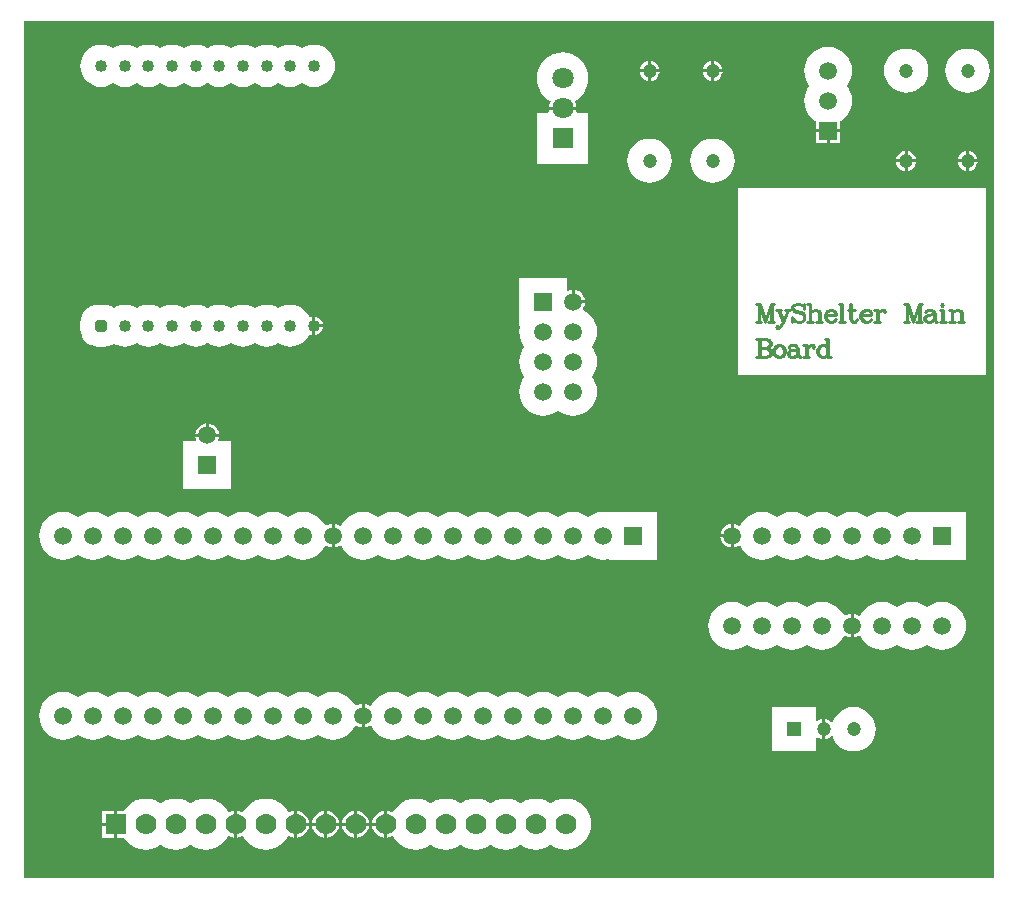
<source format=gtl>
G04 Layer_Physical_Order=1*
G04 Layer_Color=255*
%FSLAX25Y25*%
%MOIN*%
G70*
G01*
G75*
%ADD10C,0.01000*%
%ADD11C,0.05906*%
%ADD12R,0.05906X0.05906*%
%ADD13C,0.05906*%
%ADD14R,0.05906X0.05906*%
%ADD15C,0.04724*%
%ADD16R,0.07087X0.07087*%
%ADD17C,0.07087*%
%ADD18R,0.04724X0.04724*%
G04:AMPARAMS|DCode=19|XSize=40mil|YSize=40mil|CornerRadius=10mil|HoleSize=0mil|Usage=FLASHONLY|Rotation=90.000|XOffset=0mil|YOffset=0mil|HoleType=Round|Shape=RoundedRectangle|*
%AMROUNDEDRECTD19*
21,1,0.04000,0.02000,0,0,90.0*
21,1,0.02000,0.04000,0,0,90.0*
1,1,0.02000,0.01000,0.01000*
1,1,0.02000,0.01000,-0.01000*
1,1,0.02000,-0.01000,-0.01000*
1,1,0.02000,-0.01000,0.01000*
%
%ADD19ROUNDEDRECTD19*%
%ADD20C,0.04000*%
%ADD21R,0.07000X0.07000*%
%ADD22C,0.07000*%
G36*
X452453Y141548D02*
X129048D01*
Y426953D01*
X452453D01*
Y141548D01*
D02*
G37*
%LPC*%
G36*
X332000Y203491D02*
X330441Y203338D01*
X328942Y202883D01*
X327560Y202145D01*
X327000Y201685D01*
X326440Y202145D01*
X325058Y202883D01*
X323559Y203338D01*
X322000Y203491D01*
X320441Y203338D01*
X318942Y202883D01*
X317560Y202145D01*
X317000Y201685D01*
X316440Y202145D01*
X315058Y202883D01*
X313559Y203338D01*
X312000Y203491D01*
X310441Y203338D01*
X308942Y202883D01*
X307560Y202145D01*
X307000Y201685D01*
X306440Y202145D01*
X305058Y202883D01*
X303559Y203338D01*
X302000Y203491D01*
X300441Y203338D01*
X298942Y202883D01*
X297560Y202145D01*
X297000Y201685D01*
X296440Y202145D01*
X295058Y202883D01*
X293559Y203338D01*
X292000Y203491D01*
X290441Y203338D01*
X288942Y202883D01*
X287560Y202145D01*
X287000Y201685D01*
X286440Y202145D01*
X285058Y202883D01*
X283559Y203338D01*
X282000Y203491D01*
X280441Y203338D01*
X278942Y202883D01*
X277560Y202145D01*
X277000Y201685D01*
X276440Y202145D01*
X275058Y202883D01*
X273559Y203338D01*
X272000Y203491D01*
X270441Y203338D01*
X268942Y202883D01*
X267560Y202145D01*
X267000Y201685D01*
X266440Y202145D01*
X265058Y202883D01*
X263559Y203338D01*
X262000Y203491D01*
X260441Y203338D01*
X258942Y202883D01*
X257560Y202145D01*
X257000Y201685D01*
X256440Y202145D01*
X255058Y202883D01*
X253559Y203338D01*
X252000Y203491D01*
X250441Y203338D01*
X248942Y202883D01*
X247560Y202145D01*
X246349Y201151D01*
X245356Y199940D01*
X244824Y198945D01*
X244183Y198807D01*
X243993Y198953D01*
X243032Y199351D01*
X242500Y199421D01*
Y195500D01*
Y191579D01*
X243032Y191649D01*
X243993Y192047D01*
X244183Y192193D01*
X244824Y192054D01*
X245356Y191060D01*
X246349Y189849D01*
X247560Y188856D01*
X248942Y188117D01*
X250441Y187662D01*
X252000Y187509D01*
X253559Y187662D01*
X255058Y188117D01*
X256440Y188856D01*
X257000Y189315D01*
X257560Y188856D01*
X258942Y188117D01*
X260441Y187662D01*
X262000Y187509D01*
X263559Y187662D01*
X265058Y188117D01*
X266440Y188856D01*
X267000Y189315D01*
X267560Y188856D01*
X268942Y188117D01*
X270441Y187662D01*
X272000Y187509D01*
X273559Y187662D01*
X275058Y188117D01*
X276440Y188856D01*
X277000Y189315D01*
X277560Y188856D01*
X278942Y188117D01*
X280441Y187662D01*
X282000Y187509D01*
X283559Y187662D01*
X285058Y188117D01*
X286440Y188856D01*
X287000Y189315D01*
X287560Y188856D01*
X288942Y188117D01*
X290441Y187662D01*
X292000Y187509D01*
X293559Y187662D01*
X295058Y188117D01*
X296440Y188856D01*
X297000Y189315D01*
X297560Y188856D01*
X298942Y188117D01*
X300441Y187662D01*
X302000Y187509D01*
X303559Y187662D01*
X305058Y188117D01*
X306440Y188856D01*
X307000Y189315D01*
X307560Y188856D01*
X308942Y188117D01*
X310441Y187662D01*
X312000Y187509D01*
X313559Y187662D01*
X315058Y188117D01*
X316440Y188856D01*
X317000Y189315D01*
X317560Y188856D01*
X318942Y188117D01*
X320441Y187662D01*
X322000Y187509D01*
X323559Y187662D01*
X325058Y188117D01*
X326440Y188856D01*
X327000Y189315D01*
X327560Y188856D01*
X328942Y188117D01*
X330441Y187662D01*
X332000Y187509D01*
X333559Y187662D01*
X335058Y188117D01*
X336440Y188856D01*
X337651Y189849D01*
X338645Y191060D01*
X339383Y192442D01*
X339838Y193941D01*
X339991Y195500D01*
X339838Y197059D01*
X339383Y198558D01*
X338645Y199940D01*
X337651Y201151D01*
X336440Y202145D01*
X335058Y202883D01*
X333559Y203338D01*
X332000Y203491D01*
D02*
G37*
G36*
X395000Y233491D02*
X393441Y233338D01*
X391942Y232883D01*
X390560Y232144D01*
X390000Y231685D01*
X389440Y232144D01*
X388058Y232883D01*
X386559Y233338D01*
X385000Y233491D01*
X383441Y233338D01*
X381942Y232883D01*
X380560Y232144D01*
X380000Y231685D01*
X379440Y232144D01*
X378058Y232883D01*
X376559Y233338D01*
X375000Y233491D01*
X373441Y233338D01*
X371942Y232883D01*
X370560Y232144D01*
X370000Y231685D01*
X369440Y232144D01*
X368058Y232883D01*
X366559Y233338D01*
X365000Y233491D01*
X363441Y233338D01*
X361942Y232883D01*
X360560Y232144D01*
X359349Y231151D01*
X358355Y229940D01*
X357617Y228558D01*
X357162Y227059D01*
X357009Y225500D01*
X357162Y223941D01*
X357617Y222442D01*
X358355Y221060D01*
X359349Y219849D01*
X360560Y218856D01*
X361942Y218117D01*
X363441Y217662D01*
X365000Y217509D01*
X366559Y217662D01*
X368058Y218117D01*
X369440Y218856D01*
X370000Y219315D01*
X370560Y218856D01*
X371942Y218117D01*
X373441Y217662D01*
X375000Y217509D01*
X376559Y217662D01*
X378058Y218117D01*
X379440Y218856D01*
X380000Y219315D01*
X380560Y218856D01*
X381942Y218117D01*
X383441Y217662D01*
X385000Y217509D01*
X386559Y217662D01*
X388058Y218117D01*
X389440Y218856D01*
X390000Y219315D01*
X390560Y218856D01*
X391942Y218117D01*
X393441Y217662D01*
X395000Y217509D01*
X396559Y217662D01*
X398058Y218117D01*
X399440Y218856D01*
X400651Y219849D01*
X401645Y221060D01*
X402176Y222055D01*
X402817Y222193D01*
X403007Y222047D01*
X403968Y221649D01*
X404500Y221579D01*
Y225500D01*
Y229421D01*
X403968Y229351D01*
X403007Y228953D01*
X402817Y228807D01*
X402176Y228945D01*
X401645Y229940D01*
X400651Y231151D01*
X399440Y232144D01*
X398058Y232883D01*
X396559Y233338D01*
X395000Y233491D01*
D02*
G37*
G36*
X435000D02*
X433441Y233338D01*
X431942Y232883D01*
X430560Y232144D01*
X430000Y231685D01*
X429440Y232144D01*
X428058Y232883D01*
X426559Y233338D01*
X425000Y233491D01*
X423441Y233338D01*
X421942Y232883D01*
X420560Y232144D01*
X420000Y231685D01*
X419440Y232144D01*
X418058Y232883D01*
X416559Y233338D01*
X415000Y233491D01*
X413441Y233338D01*
X411942Y232883D01*
X410560Y232144D01*
X409349Y231151D01*
X408356Y229940D01*
X407824Y228945D01*
X407183Y228807D01*
X406993Y228953D01*
X406032Y229351D01*
X405500Y229421D01*
Y225500D01*
Y221579D01*
X406032Y221649D01*
X406993Y222047D01*
X407183Y222193D01*
X407824Y222055D01*
X408356Y221060D01*
X409349Y219849D01*
X410560Y218856D01*
X411942Y218117D01*
X413441Y217662D01*
X415000Y217509D01*
X416559Y217662D01*
X418058Y218117D01*
X419440Y218856D01*
X420000Y219315D01*
X420560Y218856D01*
X421942Y218117D01*
X423441Y217662D01*
X425000Y217509D01*
X426559Y217662D01*
X428058Y218117D01*
X429440Y218856D01*
X430000Y219315D01*
X430560Y218856D01*
X431942Y218117D01*
X433441Y217662D01*
X435000Y217509D01*
X436559Y217662D01*
X438058Y218117D01*
X439440Y218856D01*
X440651Y219849D01*
X441644Y221060D01*
X442383Y222442D01*
X442838Y223941D01*
X442991Y225500D01*
X442838Y227059D01*
X442383Y228558D01*
X441644Y229940D01*
X440651Y231151D01*
X439440Y232144D01*
X438058Y232883D01*
X436559Y233338D01*
X435000Y233491D01*
D02*
G37*
G36*
X232000Y203491D02*
X230441Y203338D01*
X228942Y202883D01*
X227560Y202145D01*
X227000Y201685D01*
X226440Y202145D01*
X225058Y202883D01*
X223559Y203338D01*
X222000Y203491D01*
X220441Y203338D01*
X218942Y202883D01*
X217560Y202145D01*
X217000Y201685D01*
X216440Y202145D01*
X215058Y202883D01*
X213559Y203338D01*
X212000Y203491D01*
X210441Y203338D01*
X208942Y202883D01*
X207560Y202145D01*
X207000Y201685D01*
X206440Y202145D01*
X205058Y202883D01*
X203559Y203338D01*
X202000Y203491D01*
X200441Y203338D01*
X198942Y202883D01*
X197560Y202145D01*
X197000Y201685D01*
X196440Y202145D01*
X195058Y202883D01*
X193559Y203338D01*
X192000Y203491D01*
X190441Y203338D01*
X188942Y202883D01*
X187560Y202145D01*
X187000Y201685D01*
X186440Y202145D01*
X185058Y202883D01*
X183559Y203338D01*
X182000Y203491D01*
X180441Y203338D01*
X178942Y202883D01*
X177560Y202145D01*
X177000Y201685D01*
X176440Y202145D01*
X175058Y202883D01*
X173559Y203338D01*
X172000Y203491D01*
X170441Y203338D01*
X168942Y202883D01*
X167560Y202145D01*
X167000Y201685D01*
X166440Y202145D01*
X165058Y202883D01*
X163559Y203338D01*
X162000Y203491D01*
X160441Y203338D01*
X158942Y202883D01*
X157560Y202145D01*
X157000Y201685D01*
X156440Y202145D01*
X155058Y202883D01*
X153559Y203338D01*
X152000Y203491D01*
X150441Y203338D01*
X148942Y202883D01*
X147560Y202145D01*
X147000Y201685D01*
X146440Y202145D01*
X145058Y202883D01*
X143559Y203338D01*
X142000Y203491D01*
X140441Y203338D01*
X138942Y202883D01*
X137560Y202145D01*
X136349Y201151D01*
X135355Y199940D01*
X134617Y198558D01*
X134162Y197059D01*
X134009Y195500D01*
X134162Y193941D01*
X134617Y192442D01*
X135355Y191060D01*
X136349Y189849D01*
X137560Y188856D01*
X138942Y188117D01*
X140441Y187662D01*
X142000Y187509D01*
X143559Y187662D01*
X145058Y188117D01*
X146440Y188856D01*
X147000Y189315D01*
X147560Y188856D01*
X148942Y188117D01*
X150441Y187662D01*
X152000Y187509D01*
X153559Y187662D01*
X155058Y188117D01*
X156440Y188856D01*
X157000Y189315D01*
X157560Y188856D01*
X158942Y188117D01*
X160441Y187662D01*
X162000Y187509D01*
X163559Y187662D01*
X165058Y188117D01*
X166440Y188856D01*
X167000Y189315D01*
X167560Y188856D01*
X168942Y188117D01*
X170441Y187662D01*
X172000Y187509D01*
X173559Y187662D01*
X175058Y188117D01*
X176440Y188856D01*
X177000Y189315D01*
X177560Y188856D01*
X178942Y188117D01*
X180441Y187662D01*
X182000Y187509D01*
X183559Y187662D01*
X185058Y188117D01*
X186440Y188856D01*
X187000Y189315D01*
X187560Y188856D01*
X188942Y188117D01*
X190441Y187662D01*
X192000Y187509D01*
X193559Y187662D01*
X195058Y188117D01*
X196440Y188856D01*
X197000Y189315D01*
X197560Y188856D01*
X198942Y188117D01*
X200441Y187662D01*
X202000Y187509D01*
X203559Y187662D01*
X205058Y188117D01*
X206440Y188856D01*
X207000Y189315D01*
X207560Y188856D01*
X208942Y188117D01*
X210441Y187662D01*
X212000Y187509D01*
X213559Y187662D01*
X215058Y188117D01*
X216440Y188856D01*
X217000Y189315D01*
X217560Y188856D01*
X218942Y188117D01*
X220441Y187662D01*
X222000Y187509D01*
X223559Y187662D01*
X225058Y188117D01*
X226440Y188856D01*
X227000Y189315D01*
X227560Y188856D01*
X228942Y188117D01*
X230441Y187662D01*
X232000Y187509D01*
X233559Y187662D01*
X235058Y188117D01*
X236440Y188856D01*
X237651Y189849D01*
X238645Y191060D01*
X239176Y192054D01*
X239817Y192193D01*
X240007Y192047D01*
X240968Y191649D01*
X241500Y191579D01*
Y195500D01*
Y199421D01*
X240968Y199351D01*
X240007Y198953D01*
X239817Y198807D01*
X239176Y198945D01*
X238645Y199940D01*
X237651Y201151D01*
X236440Y202145D01*
X235058Y202883D01*
X233559Y203338D01*
X232000Y203491D01*
D02*
G37*
G36*
X309500Y167899D02*
X307834Y167735D01*
X306231Y167249D01*
X304755Y166460D01*
X304500Y166251D01*
X304245Y166460D01*
X302769Y167249D01*
X301166Y167735D01*
X299500Y167899D01*
X297834Y167735D01*
X296231Y167249D01*
X294755Y166460D01*
X294500Y166251D01*
X294245Y166460D01*
X292769Y167249D01*
X291166Y167735D01*
X289500Y167899D01*
X287834Y167735D01*
X286231Y167249D01*
X284755Y166460D01*
X284500Y166251D01*
X284245Y166460D01*
X282769Y167249D01*
X281166Y167735D01*
X279500Y167899D01*
X277834Y167735D01*
X276231Y167249D01*
X274755Y166460D01*
X274500Y166251D01*
X274245Y166460D01*
X272769Y167249D01*
X271166Y167735D01*
X269500Y167899D01*
X267834Y167735D01*
X266231Y167249D01*
X264755Y166460D01*
X264500Y166251D01*
X264245Y166460D01*
X262769Y167249D01*
X261166Y167735D01*
X259500Y167899D01*
X257834Y167735D01*
X256231Y167249D01*
X254755Y166460D01*
X253461Y165398D01*
X252398Y164103D01*
X251988Y163336D01*
X251769Y163289D01*
X250675Y163742D01*
X250000Y163831D01*
Y159358D01*
Y154885D01*
X250675Y154974D01*
X251769Y155428D01*
X251988Y155380D01*
X252398Y154613D01*
X253461Y153319D01*
X254755Y152257D01*
X256231Y151467D01*
X257834Y150981D01*
X259500Y150817D01*
X261166Y150981D01*
X262769Y151467D01*
X264245Y152257D01*
X264500Y152466D01*
X264755Y152257D01*
X266231Y151467D01*
X267834Y150981D01*
X269500Y150817D01*
X271166Y150981D01*
X272769Y151467D01*
X274245Y152257D01*
X274500Y152466D01*
X274755Y152257D01*
X276231Y151467D01*
X277834Y150981D01*
X279500Y150817D01*
X281166Y150981D01*
X282769Y151467D01*
X284245Y152257D01*
X284500Y152466D01*
X284755Y152257D01*
X286231Y151467D01*
X287834Y150981D01*
X289500Y150817D01*
X291166Y150981D01*
X292769Y151467D01*
X294245Y152257D01*
X294500Y152466D01*
X294755Y152257D01*
X296231Y151467D01*
X297834Y150981D01*
X299500Y150817D01*
X301166Y150981D01*
X302769Y151467D01*
X304245Y152257D01*
X304500Y152466D01*
X304755Y152257D01*
X306231Y151467D01*
X307834Y150981D01*
X309500Y150817D01*
X311166Y150981D01*
X312769Y151467D01*
X314245Y152257D01*
X315540Y153319D01*
X316602Y154613D01*
X317391Y156090D01*
X317877Y157692D01*
X318041Y159358D01*
X317877Y161024D01*
X317391Y162627D01*
X316602Y164103D01*
X315540Y165398D01*
X314245Y166460D01*
X312769Y167249D01*
X311166Y167735D01*
X309500Y167899D01*
D02*
G37*
G36*
X392862Y198362D02*
X378138D01*
Y183638D01*
X392862D01*
Y188156D01*
X393362Y188402D01*
X393804Y188063D01*
X394622Y187724D01*
X395000Y187675D01*
Y191000D01*
Y194325D01*
X394622Y194276D01*
X393804Y193937D01*
X393362Y193598D01*
X392862Y193844D01*
Y198362D01*
D02*
G37*
G36*
X405500Y198398D02*
X404057Y198256D01*
X402669Y197835D01*
X401390Y197151D01*
X400269Y196231D01*
X399349Y195110D01*
X398665Y193831D01*
X398513Y193327D01*
X398021Y193238D01*
X397898Y193398D01*
X397196Y193937D01*
X396378Y194276D01*
X396000Y194325D01*
Y191000D01*
Y187675D01*
X396378Y187724D01*
X397196Y188063D01*
X397898Y188602D01*
X398021Y188762D01*
X398513Y188672D01*
X398665Y188169D01*
X399349Y186890D01*
X400269Y185769D01*
X401390Y184849D01*
X402669Y184165D01*
X404057Y183744D01*
X405500Y183602D01*
X406943Y183744D01*
X408331Y184165D01*
X409610Y184849D01*
X410731Y185769D01*
X411651Y186890D01*
X412335Y188169D01*
X412756Y189557D01*
X412898Y191000D01*
X412756Y192443D01*
X412335Y193831D01*
X411651Y195110D01*
X410731Y196231D01*
X409610Y197151D01*
X408331Y197835D01*
X406943Y198256D01*
X405500Y198398D01*
D02*
G37*
G36*
X364500Y255000D02*
X361079D01*
X361149Y254468D01*
X361547Y253507D01*
X362181Y252681D01*
X363007Y252047D01*
X363968Y251649D01*
X364500Y251579D01*
Y255000D01*
D02*
G37*
G36*
X190000Y289000D02*
D01*
Y288500D01*
X186079D01*
X186149Y287968D01*
X186363Y287453D01*
X186028Y286953D01*
X182047D01*
Y271047D01*
X197953D01*
Y286953D01*
X193972D01*
X193638Y287453D01*
X193851Y287968D01*
X193921Y288500D01*
X190000D01*
Y289000D01*
D02*
G37*
G36*
X189500Y292921D02*
X188968Y292851D01*
X188007Y292453D01*
X187181Y291819D01*
X186547Y290993D01*
X186149Y290032D01*
X186079Y289500D01*
X189500D01*
Y292921D01*
D02*
G37*
G36*
X190500D02*
Y289500D01*
X193921D01*
X193851Y290032D01*
X193453Y290993D01*
X192819Y291819D01*
X191993Y292453D01*
X191032Y292851D01*
X190500Y292921D01*
D02*
G37*
G36*
X425000Y263491D02*
X423441Y263338D01*
X421942Y262883D01*
X420560Y262144D01*
X420000Y261685D01*
X419440Y262144D01*
X418058Y262883D01*
X416559Y263338D01*
X415000Y263491D01*
X413441Y263338D01*
X411942Y262883D01*
X410560Y262144D01*
X410000Y261685D01*
X409440Y262144D01*
X408058Y262883D01*
X406559Y263338D01*
X405000Y263491D01*
X403441Y263338D01*
X401942Y262883D01*
X400560Y262144D01*
X400000Y261685D01*
X399440Y262144D01*
X398058Y262883D01*
X396559Y263338D01*
X395000Y263491D01*
X393441Y263338D01*
X391942Y262883D01*
X390560Y262144D01*
X390000Y261685D01*
X389440Y262144D01*
X388058Y262883D01*
X386559Y263338D01*
X385000Y263491D01*
X383441Y263338D01*
X381942Y262883D01*
X380560Y262144D01*
X380000Y261685D01*
X379440Y262144D01*
X378058Y262883D01*
X376559Y263338D01*
X375000Y263491D01*
X373441Y263338D01*
X371942Y262883D01*
X370560Y262144D01*
X369349Y261151D01*
X368355Y259940D01*
X367824Y258945D01*
X367183Y258807D01*
X366993Y258953D01*
X366032Y259351D01*
X365500Y259421D01*
Y255500D01*
Y251579D01*
X366032Y251649D01*
X366993Y252047D01*
X367183Y252193D01*
X367824Y252055D01*
X368355Y251060D01*
X369349Y249849D01*
X370560Y248855D01*
X371942Y248117D01*
X373441Y247662D01*
X375000Y247509D01*
X376559Y247662D01*
X378058Y248117D01*
X379440Y248855D01*
X380000Y249315D01*
X380560Y248855D01*
X381942Y248117D01*
X383441Y247662D01*
X385000Y247509D01*
X386559Y247662D01*
X388058Y248117D01*
X389440Y248855D01*
X390000Y249315D01*
X390560Y248855D01*
X391942Y248117D01*
X393441Y247662D01*
X395000Y247509D01*
X396559Y247662D01*
X398058Y248117D01*
X399440Y248855D01*
X400000Y249315D01*
X400560Y248855D01*
X401942Y248117D01*
X403441Y247662D01*
X405000Y247509D01*
X406559Y247662D01*
X408058Y248117D01*
X409440Y248855D01*
X410000Y249315D01*
X410560Y248855D01*
X411942Y248117D01*
X413441Y247662D01*
X415000Y247509D01*
X416559Y247662D01*
X418058Y248117D01*
X419440Y248855D01*
X420000Y249315D01*
X420560Y248855D01*
X421942Y248117D01*
X423441Y247662D01*
X425000Y247509D01*
X426547Y247661D01*
X426876Y247674D01*
X427047Y247547D01*
Y247547D01*
X442953D01*
Y263453D01*
X427047D01*
Y263453D01*
X426876Y263326D01*
X426547Y263339D01*
X425000Y263491D01*
D02*
G37*
G36*
X364500Y259421D02*
X363968Y259351D01*
X363007Y258953D01*
X362181Y258319D01*
X361547Y257493D01*
X361149Y256532D01*
X361079Y256000D01*
X364500D01*
Y259421D01*
D02*
G37*
G36*
X222000Y263491D02*
X220441Y263338D01*
X218942Y262883D01*
X217560Y262144D01*
X217000Y261685D01*
X216440Y262144D01*
X215058Y262883D01*
X213559Y263338D01*
X212000Y263491D01*
X210441Y263338D01*
X208942Y262883D01*
X207560Y262144D01*
X207000Y261685D01*
X206440Y262144D01*
X205058Y262883D01*
X203559Y263338D01*
X202000Y263491D01*
X200441Y263338D01*
X198942Y262883D01*
X197560Y262144D01*
X197000Y261685D01*
X196440Y262144D01*
X195058Y262883D01*
X193559Y263338D01*
X192000Y263491D01*
X190441Y263338D01*
X188942Y262883D01*
X187560Y262144D01*
X187000Y261685D01*
X186440Y262144D01*
X185058Y262883D01*
X183559Y263338D01*
X182000Y263491D01*
X180441Y263338D01*
X178942Y262883D01*
X177560Y262144D01*
X177000Y261685D01*
X176440Y262144D01*
X175058Y262883D01*
X173559Y263338D01*
X172000Y263491D01*
X170441Y263338D01*
X168942Y262883D01*
X167560Y262144D01*
X167000Y261685D01*
X166440Y262144D01*
X165058Y262883D01*
X163559Y263338D01*
X162000Y263491D01*
X160441Y263338D01*
X158942Y262883D01*
X157560Y262144D01*
X157000Y261685D01*
X156440Y262144D01*
X155058Y262883D01*
X153559Y263338D01*
X152000Y263491D01*
X150441Y263338D01*
X148942Y262883D01*
X147560Y262144D01*
X147000Y261685D01*
X146440Y262144D01*
X145058Y262883D01*
X143559Y263338D01*
X142000Y263491D01*
X140441Y263338D01*
X138942Y262883D01*
X137560Y262144D01*
X136349Y261151D01*
X135355Y259940D01*
X134617Y258558D01*
X134162Y257059D01*
X134009Y255500D01*
X134162Y253941D01*
X134617Y252442D01*
X135355Y251060D01*
X136349Y249849D01*
X137560Y248855D01*
X138942Y248117D01*
X140441Y247662D01*
X142000Y247509D01*
X143559Y247662D01*
X145058Y248117D01*
X146440Y248855D01*
X147000Y249315D01*
X147560Y248855D01*
X148942Y248117D01*
X150441Y247662D01*
X152000Y247509D01*
X153559Y247662D01*
X155058Y248117D01*
X156440Y248855D01*
X157000Y249315D01*
X157560Y248855D01*
X158942Y248117D01*
X160441Y247662D01*
X162000Y247509D01*
X163559Y247662D01*
X165058Y248117D01*
X166440Y248855D01*
X167000Y249315D01*
X167560Y248855D01*
X168942Y248117D01*
X170441Y247662D01*
X172000Y247509D01*
X173559Y247662D01*
X175058Y248117D01*
X176440Y248855D01*
X177000Y249315D01*
X177560Y248855D01*
X178942Y248117D01*
X180441Y247662D01*
X182000Y247509D01*
X183559Y247662D01*
X185058Y248117D01*
X186440Y248855D01*
X187000Y249315D01*
X187560Y248855D01*
X188942Y248117D01*
X190441Y247662D01*
X192000Y247509D01*
X193559Y247662D01*
X195058Y248117D01*
X196440Y248855D01*
X197000Y249315D01*
X197560Y248855D01*
X198942Y248117D01*
X200441Y247662D01*
X202000Y247509D01*
X203559Y247662D01*
X205058Y248117D01*
X206440Y248855D01*
X207000Y249315D01*
X207560Y248855D01*
X208942Y248117D01*
X210441Y247662D01*
X212000Y247509D01*
X213559Y247662D01*
X215058Y248117D01*
X216440Y248855D01*
X217000Y249315D01*
X217560Y248855D01*
X218942Y248117D01*
X220441Y247662D01*
X222000Y247509D01*
X223559Y247662D01*
X225058Y248117D01*
X226440Y248855D01*
X227651Y249849D01*
X228644Y251060D01*
X229176Y252055D01*
X229817Y252193D01*
X230007Y252047D01*
X230968Y251649D01*
X231500Y251579D01*
Y255500D01*
Y259421D01*
X230968Y259351D01*
X230007Y258953D01*
X229817Y258807D01*
X229176Y258945D01*
X228644Y259940D01*
X227651Y261151D01*
X226440Y262144D01*
X225058Y262883D01*
X223559Y263338D01*
X222000Y263491D01*
D02*
G37*
G36*
X322000D02*
X320441Y263338D01*
X318942Y262883D01*
X317560Y262144D01*
X317000Y261685D01*
X316440Y262144D01*
X315058Y262883D01*
X313559Y263338D01*
X312000Y263491D01*
X310441Y263338D01*
X308942Y262883D01*
X307560Y262144D01*
X307000Y261685D01*
X306440Y262144D01*
X305058Y262883D01*
X303559Y263338D01*
X302000Y263491D01*
X300441Y263338D01*
X298942Y262883D01*
X297560Y262144D01*
X297000Y261685D01*
X296440Y262144D01*
X295058Y262883D01*
X293559Y263338D01*
X292000Y263491D01*
X290441Y263338D01*
X288942Y262883D01*
X287560Y262144D01*
X287000Y261685D01*
X286440Y262144D01*
X285058Y262883D01*
X283559Y263338D01*
X282000Y263491D01*
X280441Y263338D01*
X278942Y262883D01*
X277560Y262144D01*
X277000Y261685D01*
X276440Y262144D01*
X275058Y262883D01*
X273559Y263338D01*
X272000Y263491D01*
X270441Y263338D01*
X268942Y262883D01*
X267560Y262144D01*
X267000Y261685D01*
X266440Y262144D01*
X265058Y262883D01*
X263559Y263338D01*
X262000Y263491D01*
X260441Y263338D01*
X258942Y262883D01*
X257560Y262144D01*
X257000Y261685D01*
X256440Y262144D01*
X255058Y262883D01*
X253559Y263338D01*
X252000Y263491D01*
X250441Y263338D01*
X248942Y262883D01*
X247560Y262144D01*
X247000Y261685D01*
X246440Y262144D01*
X245058Y262883D01*
X243559Y263338D01*
X242000Y263491D01*
X240441Y263338D01*
X238942Y262883D01*
X237560Y262144D01*
X236349Y261151D01*
X235355Y259940D01*
X234824Y258945D01*
X234183Y258807D01*
X233993Y258953D01*
X233032Y259351D01*
X232500Y259421D01*
Y255500D01*
Y251579D01*
X233032Y251649D01*
X233993Y252047D01*
X234183Y252193D01*
X234824Y252055D01*
X235355Y251060D01*
X236349Y249849D01*
X237560Y248855D01*
X238942Y248117D01*
X240441Y247662D01*
X242000Y247509D01*
X243559Y247662D01*
X245058Y248117D01*
X246440Y248855D01*
X247000Y249315D01*
X247560Y248855D01*
X248942Y248117D01*
X250441Y247662D01*
X252000Y247509D01*
X253559Y247662D01*
X255058Y248117D01*
X256440Y248855D01*
X257000Y249315D01*
X257560Y248855D01*
X258942Y248117D01*
X260441Y247662D01*
X262000Y247509D01*
X263559Y247662D01*
X265058Y248117D01*
X266440Y248855D01*
X267000Y249315D01*
X267560Y248855D01*
X268942Y248117D01*
X270441Y247662D01*
X272000Y247509D01*
X273559Y247662D01*
X275058Y248117D01*
X276440Y248855D01*
X277000Y249315D01*
X277560Y248855D01*
X278942Y248117D01*
X280441Y247662D01*
X282000Y247509D01*
X283559Y247662D01*
X285058Y248117D01*
X286440Y248855D01*
X287000Y249315D01*
X287560Y248855D01*
X288942Y248117D01*
X290441Y247662D01*
X292000Y247509D01*
X293559Y247662D01*
X295058Y248117D01*
X296440Y248855D01*
X297000Y249315D01*
X297560Y248855D01*
X298942Y248117D01*
X300441Y247662D01*
X302000Y247509D01*
X303559Y247662D01*
X305058Y248117D01*
X306440Y248855D01*
X307000Y249315D01*
X307560Y248855D01*
X308942Y248117D01*
X310441Y247662D01*
X312000Y247509D01*
X313559Y247662D01*
X315058Y248117D01*
X316440Y248855D01*
X317000Y249315D01*
X317560Y248855D01*
X318942Y248117D01*
X320441Y247662D01*
X322000Y247509D01*
X323547Y247661D01*
X323877Y247674D01*
X324047Y247547D01*
Y247547D01*
X339953D01*
Y263453D01*
X324047D01*
Y263453D01*
X323877Y263326D01*
X323547Y263339D01*
X322000Y263491D01*
D02*
G37*
G36*
X189500Y167899D02*
X187834Y167735D01*
X186231Y167249D01*
X184755Y166460D01*
X184500Y166251D01*
X184245Y166460D01*
X182769Y167249D01*
X181166Y167735D01*
X179500Y167899D01*
X177834Y167735D01*
X176231Y167249D01*
X174755Y166460D01*
X174500Y166251D01*
X174245Y166460D01*
X172769Y167249D01*
X171166Y167735D01*
X169500Y167899D01*
X167834Y167735D01*
X166231Y167249D01*
X164755Y166460D01*
X163461Y165398D01*
X162398Y164103D01*
X162267Y163858D01*
X160000D01*
Y159358D01*
Y154858D01*
X162267D01*
X162398Y154613D01*
X163461Y153319D01*
X164755Y152257D01*
X166231Y151467D01*
X167834Y150981D01*
X169500Y150817D01*
X171166Y150981D01*
X172769Y151467D01*
X174245Y152257D01*
X174500Y152466D01*
X174755Y152257D01*
X176231Y151467D01*
X177834Y150981D01*
X179500Y150817D01*
X181166Y150981D01*
X182769Y151467D01*
X184245Y152257D01*
X184500Y152466D01*
X184755Y152257D01*
X186231Y151467D01*
X187834Y150981D01*
X189500Y150817D01*
X191166Y150981D01*
X192769Y151467D01*
X194245Y152257D01*
X195539Y153319D01*
X196602Y154613D01*
X197012Y155380D01*
X197231Y155428D01*
X198325Y154974D01*
X199000Y154885D01*
Y159358D01*
Y163831D01*
X198325Y163742D01*
X197231Y163289D01*
X197012Y163336D01*
X196602Y164103D01*
X195539Y165398D01*
X194245Y166460D01*
X192769Y167249D01*
X191166Y167735D01*
X189500Y167899D01*
D02*
G37*
G36*
X233973Y158858D02*
X230000D01*
Y154885D01*
X230675Y154974D01*
X231769Y155428D01*
X232709Y156149D01*
X233431Y157089D01*
X233884Y158184D01*
X233973Y158858D01*
D02*
G37*
G36*
X243973D02*
X240000D01*
Y154885D01*
X240675Y154974D01*
X241769Y155428D01*
X242709Y156149D01*
X243431Y157089D01*
X243884Y158184D01*
X243973Y158858D01*
D02*
G37*
G36*
X223973D02*
X220000D01*
Y154885D01*
X220675Y154974D01*
X221769Y155428D01*
X222709Y156149D01*
X223431Y157089D01*
X223884Y158184D01*
X223973Y158858D01*
D02*
G37*
G36*
X249000D02*
X245027D01*
X245116Y158184D01*
X245569Y157089D01*
X246291Y156149D01*
X247231Y155428D01*
X248325Y154974D01*
X249000Y154885D01*
Y158858D01*
D02*
G37*
G36*
X159000D02*
X155000D01*
Y154858D01*
X159000D01*
Y158858D01*
D02*
G37*
G36*
X229000D02*
X225027D01*
X225116Y158184D01*
X225569Y157089D01*
X226291Y156149D01*
X227231Y155428D01*
X228325Y154974D01*
X229000Y154885D01*
Y158858D01*
D02*
G37*
G36*
X239000D02*
X235027D01*
X235116Y158184D01*
X235569Y157089D01*
X236291Y156149D01*
X237231Y155428D01*
X238325Y154974D01*
X239000Y154885D01*
Y158858D01*
D02*
G37*
G36*
X159000Y163858D02*
X155000D01*
Y159858D01*
X159000D01*
Y163858D01*
D02*
G37*
G36*
X230000Y163831D02*
Y159858D01*
X233973D01*
X233884Y160533D01*
X233431Y161628D01*
X232709Y162568D01*
X231769Y163289D01*
X230675Y163742D01*
X230000Y163831D01*
D02*
G37*
G36*
X240000D02*
Y159858D01*
X243973D01*
X243884Y160533D01*
X243431Y161628D01*
X242709Y162568D01*
X241769Y163289D01*
X240675Y163742D01*
X240000Y163831D01*
D02*
G37*
G36*
X209500Y167899D02*
X207834Y167735D01*
X206231Y167249D01*
X204755Y166460D01*
X203461Y165398D01*
X202398Y164103D01*
X201988Y163336D01*
X201769Y163289D01*
X200675Y163742D01*
X200000Y163831D01*
Y159358D01*
Y154885D01*
X200675Y154974D01*
X201769Y155428D01*
X201988Y155380D01*
X202398Y154613D01*
X203461Y153319D01*
X204755Y152257D01*
X206231Y151467D01*
X207834Y150981D01*
X209500Y150817D01*
X211166Y150981D01*
X212769Y151467D01*
X214245Y152257D01*
X215540Y153319D01*
X216602Y154613D01*
X217012Y155380D01*
X217231Y155428D01*
X218325Y154974D01*
X219000Y154885D01*
Y159358D01*
Y163831D01*
X218325Y163742D01*
X217231Y163289D01*
X217012Y163336D01*
X216602Y164103D01*
X215540Y165398D01*
X214245Y166460D01*
X212769Y167249D01*
X211166Y167735D01*
X209500Y167899D01*
D02*
G37*
G36*
X220000Y163831D02*
Y159858D01*
X223973D01*
X223884Y160533D01*
X223431Y161628D01*
X222709Y162568D01*
X221769Y163289D01*
X220675Y163742D01*
X220000Y163831D01*
D02*
G37*
G36*
X229000D02*
X228325Y163742D01*
X227231Y163289D01*
X226291Y162568D01*
X225569Y161628D01*
X225116Y160533D01*
X225027Y159858D01*
X229000D01*
Y163831D01*
D02*
G37*
G36*
X239000D02*
X238325Y163742D01*
X237231Y163289D01*
X236291Y162568D01*
X235569Y161628D01*
X235116Y160533D01*
X235027Y159858D01*
X239000D01*
Y163831D01*
D02*
G37*
G36*
X249000D02*
X248325Y163742D01*
X247231Y163289D01*
X246291Y162568D01*
X245569Y161628D01*
X245116Y160533D01*
X245027Y159858D01*
X249000D01*
Y163831D01*
D02*
G37*
G36*
X423000Y417898D02*
X421557Y417756D01*
X420169Y417335D01*
X418890Y416651D01*
X417769Y415731D01*
X416849Y414610D01*
X416165Y413331D01*
X415744Y411943D01*
X415602Y410500D01*
X415744Y409057D01*
X416165Y407669D01*
X416849Y406390D01*
X417769Y405269D01*
X418890Y404349D01*
X420169Y403665D01*
X421557Y403244D01*
X423000Y403102D01*
X424443Y403244D01*
X425831Y403665D01*
X427110Y404349D01*
X428231Y405269D01*
X429151Y406390D01*
X429835Y407669D01*
X430256Y409057D01*
X430398Y410500D01*
X430256Y411943D01*
X429835Y413331D01*
X429151Y414610D01*
X428231Y415731D01*
X427110Y416651D01*
X425831Y417335D01*
X424443Y417756D01*
X423000Y417898D01*
D02*
G37*
G36*
X308500Y416585D02*
X306825Y416420D01*
X305215Y415931D01*
X303731Y415138D01*
X302430Y414070D01*
X301362Y412769D01*
X300569Y411285D01*
X300080Y409675D01*
X299915Y408000D01*
X300080Y406325D01*
X300569Y404715D01*
X301362Y403231D01*
X302430Y401930D01*
X303731Y400862D01*
X304497Y400453D01*
X304531Y400291D01*
X304074Y399186D01*
X303983Y398500D01*
X308500D01*
X313017D01*
X312926Y399186D01*
X312469Y400291D01*
X312503Y400453D01*
X313269Y400862D01*
X314570Y401930D01*
X315638Y403231D01*
X316431Y404715D01*
X316920Y406325D01*
X317085Y408000D01*
X316920Y409675D01*
X316431Y411285D01*
X315638Y412769D01*
X314570Y414070D01*
X313269Y415138D01*
X311785Y415931D01*
X310175Y416420D01*
X308500Y416585D01*
D02*
G37*
G36*
X337000Y410000D02*
X334175D01*
X334224Y409622D01*
X334563Y408804D01*
X335102Y408102D01*
X335804Y407563D01*
X336622Y407224D01*
X337000Y407175D01*
Y410000D01*
D02*
G37*
G36*
X443500Y417898D02*
X442057Y417756D01*
X440669Y417335D01*
X439390Y416651D01*
X438269Y415731D01*
X437349Y414610D01*
X436665Y413331D01*
X436244Y411943D01*
X436102Y410500D01*
X436244Y409057D01*
X436665Y407669D01*
X437349Y406390D01*
X438269Y405269D01*
X439390Y404349D01*
X440669Y403665D01*
X442057Y403244D01*
X443500Y403102D01*
X444943Y403244D01*
X446331Y403665D01*
X447610Y404349D01*
X448731Y405269D01*
X449651Y406390D01*
X450335Y407669D01*
X450756Y409057D01*
X450898Y410500D01*
X450756Y411943D01*
X450335Y413331D01*
X449651Y414610D01*
X448731Y415731D01*
X447610Y416651D01*
X446331Y417335D01*
X444943Y417756D01*
X443500Y417898D01*
D02*
G37*
G36*
X396500Y390000D02*
X393047D01*
Y386547D01*
X396500D01*
Y390000D01*
D02*
G37*
G36*
X444000Y383825D02*
Y381000D01*
X446825D01*
X446776Y381378D01*
X446437Y382196D01*
X445898Y382898D01*
X445196Y383437D01*
X444378Y383776D01*
X444000Y383825D01*
D02*
G37*
G36*
X397000Y418491D02*
X395441Y418338D01*
X393942Y417883D01*
X392560Y417144D01*
X391349Y416151D01*
X390355Y414940D01*
X389617Y413558D01*
X389162Y412059D01*
X389009Y410500D01*
X389162Y408941D01*
X389617Y407442D01*
X390355Y406060D01*
X390815Y405500D01*
X390355Y404940D01*
X389617Y403558D01*
X389162Y402059D01*
X389009Y400500D01*
X389162Y398941D01*
X389617Y397442D01*
X390355Y396060D01*
X391349Y394849D01*
X392560Y393856D01*
X393047Y393595D01*
Y391000D01*
X397000D01*
X400953D01*
Y393595D01*
X401440Y393856D01*
X402651Y394849D01*
X403645Y396060D01*
X404383Y397442D01*
X404838Y398941D01*
X404991Y400500D01*
X404838Y402059D01*
X404383Y403558D01*
X403645Y404940D01*
X403185Y405500D01*
X403645Y406060D01*
X404383Y407442D01*
X404838Y408941D01*
X404991Y410500D01*
X404838Y412059D01*
X404383Y413558D01*
X403645Y414940D01*
X402651Y416151D01*
X401440Y417144D01*
X400058Y417883D01*
X398559Y418338D01*
X397000Y418491D01*
D02*
G37*
G36*
X400953Y390000D02*
X397500D01*
Y386547D01*
X400953D01*
Y390000D01*
D02*
G37*
G36*
X338000Y413825D02*
Y411000D01*
X340825D01*
X340776Y411378D01*
X340437Y412196D01*
X339898Y412898D01*
X339196Y413437D01*
X338378Y413776D01*
X338000Y413825D01*
D02*
G37*
G36*
X358000D02*
X357622Y413776D01*
X356804Y413437D01*
X356102Y412898D01*
X355563Y412196D01*
X355224Y411378D01*
X355175Y411000D01*
X358000D01*
Y413825D01*
D02*
G37*
G36*
X225575Y419148D02*
X224203Y419013D01*
X222883Y418613D01*
X221667Y417963D01*
X221638Y417939D01*
X221609Y417963D01*
X220392Y418613D01*
X219073Y419013D01*
X217701Y419148D01*
X216329Y419013D01*
X215009Y418613D01*
X213793Y417963D01*
X213764Y417939D01*
X213735Y417963D01*
X212519Y418613D01*
X211199Y419013D01*
X209827Y419148D01*
X208455Y419013D01*
X207135Y418613D01*
X205919Y417963D01*
X205890Y417939D01*
X205861Y417963D01*
X204645Y418613D01*
X203325Y419013D01*
X201953Y419148D01*
X200581Y419013D01*
X199261Y418613D01*
X198045Y417963D01*
X198016Y417939D01*
X197987Y417963D01*
X196771Y418613D01*
X195451Y419013D01*
X194079Y419148D01*
X192707Y419013D01*
X191387Y418613D01*
X190171Y417963D01*
X190142Y417939D01*
X190113Y417963D01*
X188897Y418613D01*
X187577Y419013D01*
X186205Y419148D01*
X184833Y419013D01*
X183513Y418613D01*
X182297Y417963D01*
X182268Y417939D01*
X182239Y417963D01*
X181023Y418613D01*
X179703Y419013D01*
X178331Y419148D01*
X176959Y419013D01*
X175639Y418613D01*
X174423Y417963D01*
X174394Y417939D01*
X174364Y417963D01*
X173148Y418613D01*
X171829Y419013D01*
X170457Y419148D01*
X169084Y419013D01*
X167765Y418613D01*
X166549Y417963D01*
X166520Y417939D01*
X166490Y417963D01*
X165274Y418613D01*
X163955Y419013D01*
X162583Y419148D01*
X161210Y419013D01*
X159891Y418613D01*
X158675Y417963D01*
X158646Y417939D01*
X158616Y417963D01*
X157400Y418613D01*
X156081Y419013D01*
X154709Y419148D01*
X153336Y419013D01*
X152017Y418613D01*
X150801Y417963D01*
X149735Y417088D01*
X148860Y416022D01*
X148210Y414806D01*
X147810Y413486D01*
X147675Y412114D01*
X147810Y410742D01*
X148210Y409422D01*
X148860Y408206D01*
X149735Y407140D01*
X150801Y406266D01*
X152017Y405616D01*
X153336Y405216D01*
X154709Y405080D01*
X156081Y405216D01*
X157400Y405616D01*
X158616Y406266D01*
X158646Y406290D01*
X158675Y406266D01*
X159891Y405616D01*
X161210Y405216D01*
X162583Y405080D01*
X163955Y405216D01*
X165274Y405616D01*
X166490Y406266D01*
X166520Y406290D01*
X166549Y406266D01*
X167765Y405616D01*
X169084Y405216D01*
X170457Y405080D01*
X171829Y405216D01*
X173148Y405616D01*
X174364Y406266D01*
X174394Y406290D01*
X174423Y406266D01*
X175639Y405616D01*
X176959Y405216D01*
X178331Y405080D01*
X179703Y405216D01*
X181023Y405616D01*
X182239Y406266D01*
X182268Y406290D01*
X182297Y406266D01*
X183513Y405616D01*
X184833Y405216D01*
X186205Y405080D01*
X187577Y405216D01*
X188897Y405616D01*
X190113Y406266D01*
X190142Y406290D01*
X190171Y406266D01*
X191387Y405616D01*
X192707Y405216D01*
X194079Y405080D01*
X195451Y405216D01*
X196771Y405616D01*
X197987Y406266D01*
X198016Y406290D01*
X198045Y406266D01*
X199261Y405616D01*
X200581Y405216D01*
X201953Y405080D01*
X203325Y405216D01*
X204645Y405616D01*
X205861Y406266D01*
X205890Y406290D01*
X205919Y406266D01*
X207135Y405616D01*
X208455Y405216D01*
X209827Y405080D01*
X211199Y405216D01*
X212519Y405616D01*
X213735Y406266D01*
X213764Y406290D01*
X213793Y406266D01*
X215009Y405616D01*
X216329Y405216D01*
X217701Y405080D01*
X219073Y405216D01*
X220392Y405616D01*
X221609Y406266D01*
X221638Y406290D01*
X221667Y406266D01*
X222883Y405616D01*
X224203Y405216D01*
X225575Y405080D01*
X226947Y405216D01*
X228267Y405616D01*
X229483Y406266D01*
X230549Y407140D01*
X231423Y408206D01*
X232073Y409422D01*
X232473Y410742D01*
X232609Y412114D01*
X232473Y413486D01*
X232073Y414806D01*
X231423Y416022D01*
X230549Y417088D01*
X229483Y417963D01*
X228267Y418613D01*
X226947Y419013D01*
X225575Y419148D01*
D02*
G37*
G36*
X359000Y413825D02*
Y411000D01*
X361825D01*
X361776Y411378D01*
X361437Y412196D01*
X360898Y412898D01*
X360196Y413437D01*
X359378Y413776D01*
X359000Y413825D01*
D02*
G37*
G36*
X340825Y410000D02*
X338000D01*
Y407175D01*
X338378Y407224D01*
X339196Y407563D01*
X339898Y408102D01*
X340437Y408804D01*
X340776Y409622D01*
X340825Y410000D01*
D02*
G37*
G36*
X358000D02*
X355175D01*
X355224Y409622D01*
X355563Y408804D01*
X356102Y408102D01*
X356804Y407563D01*
X357622Y407224D01*
X358000Y407175D01*
Y410000D01*
D02*
G37*
G36*
X337000Y413825D02*
X336622Y413776D01*
X335804Y413437D01*
X335102Y412898D01*
X334563Y412196D01*
X334224Y411378D01*
X334175Y411000D01*
X337000D01*
Y413825D01*
D02*
G37*
G36*
X361825Y410000D02*
X359000D01*
Y407175D01*
X359378Y407224D01*
X360196Y407563D01*
X360898Y408102D01*
X361437Y408804D01*
X361776Y409622D01*
X361825Y410000D01*
D02*
G37*
G36*
X312500Y337421D02*
Y334000D01*
X315921D01*
X315851Y334532D01*
X315453Y335493D01*
X314819Y336319D01*
X313993Y336953D01*
X313032Y337351D01*
X312500Y337421D01*
D02*
G37*
G36*
X217701Y332534D02*
X216329Y332399D01*
X215009Y331998D01*
X213793Y331348D01*
X213764Y331325D01*
X213735Y331348D01*
X212519Y331998D01*
X211199Y332399D01*
X209827Y332534D01*
X208455Y332399D01*
X207135Y331998D01*
X205919Y331348D01*
X205890Y331325D01*
X205861Y331348D01*
X204645Y331998D01*
X203325Y332399D01*
X201953Y332534D01*
X200581Y332399D01*
X199261Y331998D01*
X198045Y331348D01*
X198016Y331325D01*
X197987Y331348D01*
X196771Y331998D01*
X195451Y332399D01*
X194079Y332534D01*
X192707Y332399D01*
X191387Y331998D01*
X190171Y331348D01*
X190142Y331325D01*
X190113Y331348D01*
X188897Y331998D01*
X187577Y332399D01*
X186205Y332534D01*
X184833Y332399D01*
X183513Y331998D01*
X182297Y331348D01*
X182268Y331325D01*
X182239Y331348D01*
X181023Y331998D01*
X179703Y332399D01*
X178331Y332534D01*
X176959Y332399D01*
X175639Y331998D01*
X174423Y331348D01*
X174394Y331324D01*
X174364Y331348D01*
X173148Y331998D01*
X171829Y332399D01*
X170457Y332534D01*
X169084Y332399D01*
X167765Y331998D01*
X166549Y331348D01*
X166520Y331325D01*
X166490Y331348D01*
X165274Y331998D01*
X163955Y332399D01*
X162583Y332534D01*
X161210Y332399D01*
X159891Y331998D01*
X159020Y331533D01*
X158016Y332070D01*
X156885Y332413D01*
X155709Y332529D01*
X153709D01*
X152532Y332413D01*
X151401Y332070D01*
X150359Y331513D01*
X149445Y330763D01*
X148696Y329850D01*
X148138Y328807D01*
X147795Y327676D01*
X147680Y326500D01*
Y324500D01*
X147795Y323324D01*
X148138Y322193D01*
X148696Y321150D01*
X149445Y320237D01*
X150359Y319487D01*
X151401Y318930D01*
X152532Y318587D01*
X153709Y318471D01*
X155709D01*
X156885Y318587D01*
X158016Y318930D01*
X159020Y319467D01*
X159891Y319002D01*
X161210Y318601D01*
X162583Y318466D01*
X163955Y318601D01*
X165274Y319002D01*
X166490Y319652D01*
X166520Y319675D01*
X166549Y319652D01*
X167765Y319002D01*
X169084Y318601D01*
X170457Y318466D01*
X171829Y318601D01*
X173148Y319002D01*
X174364Y319652D01*
X174394Y319676D01*
X174423Y319652D01*
X175639Y319002D01*
X176959Y318601D01*
X178331Y318466D01*
X179703Y318601D01*
X181023Y319002D01*
X182239Y319652D01*
X182268Y319675D01*
X182297Y319652D01*
X183513Y319002D01*
X184833Y318601D01*
X186205Y318466D01*
X187577Y318601D01*
X188897Y319002D01*
X190113Y319652D01*
X190142Y319675D01*
X190171Y319652D01*
X191387Y319002D01*
X192707Y318601D01*
X194079Y318466D01*
X195451Y318601D01*
X196771Y319002D01*
X197987Y319652D01*
X198016Y319675D01*
X198045Y319652D01*
X199261Y319002D01*
X200581Y318601D01*
X201953Y318466D01*
X203325Y318601D01*
X204645Y319002D01*
X205861Y319652D01*
X205890Y319675D01*
X205919Y319652D01*
X207135Y319002D01*
X208455Y318601D01*
X209827Y318466D01*
X211199Y318601D01*
X212519Y319002D01*
X213735Y319652D01*
X213764Y319675D01*
X213793Y319652D01*
X215009Y319002D01*
X216329Y318601D01*
X217701Y318466D01*
X219073Y318601D01*
X220392Y319002D01*
X221609Y319652D01*
X222674Y320526D01*
X223549Y321592D01*
X224199Y322808D01*
X224215Y322816D01*
X224792Y322577D01*
X225075Y322540D01*
Y325500D01*
Y328460D01*
X224792Y328423D01*
X224215Y328184D01*
X224199Y328192D01*
X223549Y329408D01*
X222674Y330474D01*
X221609Y331348D01*
X220392Y331998D01*
X219073Y332399D01*
X217701Y332534D01*
D02*
G37*
G36*
X358500Y387898D02*
X357057Y387756D01*
X355669Y387335D01*
X354390Y386651D01*
X353269Y385731D01*
X352349Y384610D01*
X351665Y383331D01*
X351244Y381943D01*
X351102Y380500D01*
X351244Y379057D01*
X351665Y377669D01*
X352349Y376390D01*
X353269Y375269D01*
X354390Y374349D01*
X355669Y373665D01*
X357057Y373244D01*
X358500Y373102D01*
X359943Y373244D01*
X361331Y373665D01*
X362610Y374349D01*
X363731Y375269D01*
X364651Y376390D01*
X365335Y377669D01*
X365756Y379057D01*
X365898Y380500D01*
X365756Y381943D01*
X365335Y383331D01*
X364651Y384610D01*
X363731Y385731D01*
X362610Y386651D01*
X361331Y387335D01*
X359943Y387756D01*
X358500Y387898D01*
D02*
G37*
G36*
X337500D02*
X336057Y387756D01*
X334669Y387335D01*
X333390Y386651D01*
X332269Y385731D01*
X331349Y384610D01*
X330665Y383331D01*
X330244Y381943D01*
X330102Y380500D01*
X330244Y379057D01*
X330665Y377669D01*
X331349Y376390D01*
X332269Y375269D01*
X333390Y374349D01*
X334669Y373665D01*
X336057Y373244D01*
X337500Y373102D01*
X338943Y373244D01*
X340331Y373665D01*
X341610Y374349D01*
X342731Y375269D01*
X343651Y376390D01*
X344335Y377669D01*
X344756Y379057D01*
X344898Y380500D01*
X344756Y381943D01*
X344335Y383331D01*
X343651Y384610D01*
X342731Y385731D01*
X341610Y386651D01*
X340331Y387335D01*
X338943Y387756D01*
X337500Y387898D01*
D02*
G37*
G36*
X449500Y371498D02*
X367000D01*
Y309000D01*
X449500D01*
Y371498D01*
D02*
G37*
G36*
X309953Y341453D02*
X294047D01*
Y325547D01*
X294047D01*
X294174Y325377D01*
X294161Y325047D01*
X294009Y323500D01*
X294162Y321941D01*
X294617Y320442D01*
X295356Y319060D01*
X295815Y318500D01*
X295356Y317940D01*
X294617Y316558D01*
X294162Y315059D01*
X294009Y313500D01*
X294162Y311941D01*
X294617Y310442D01*
X295356Y309060D01*
X295815Y308500D01*
X295356Y307940D01*
X294617Y306558D01*
X294162Y305059D01*
X294009Y303500D01*
X294162Y301941D01*
X294617Y300442D01*
X295356Y299060D01*
X296349Y297849D01*
X297560Y296855D01*
X298942Y296117D01*
X300441Y295662D01*
X302000Y295509D01*
X303559Y295662D01*
X305058Y296117D01*
X306440Y296855D01*
X307000Y297315D01*
X307560Y296855D01*
X308942Y296117D01*
X310441Y295662D01*
X312000Y295509D01*
X313559Y295662D01*
X315058Y296117D01*
X316440Y296855D01*
X317651Y297849D01*
X318644Y299060D01*
X319383Y300442D01*
X319838Y301941D01*
X319991Y303500D01*
X319838Y305059D01*
X319383Y306558D01*
X318644Y307940D01*
X318185Y308500D01*
X318644Y309060D01*
X319383Y310442D01*
X319838Y311941D01*
X319991Y313500D01*
X319838Y315059D01*
X319383Y316558D01*
X318644Y317940D01*
X318185Y318500D01*
X318644Y319060D01*
X319383Y320442D01*
X319838Y321941D01*
X319991Y323500D01*
X319838Y325059D01*
X319383Y326558D01*
X318644Y327940D01*
X317651Y329151D01*
X316440Y330145D01*
X315445Y330676D01*
X315307Y331317D01*
X315453Y331507D01*
X315851Y332468D01*
X315921Y333000D01*
X312000D01*
Y333500D01*
X311500D01*
Y337421D01*
X310968Y337351D01*
X310453Y337138D01*
X309953Y337472D01*
Y341453D01*
D02*
G37*
G36*
X226075Y328460D02*
Y326000D01*
X228535D01*
X228498Y326283D01*
X228195Y327013D01*
X227714Y327640D01*
X227088Y328120D01*
X226358Y328423D01*
X226075Y328460D01*
D02*
G37*
G36*
X228535Y325000D02*
X226075D01*
Y322540D01*
X226358Y322577D01*
X227088Y322880D01*
X227714Y323360D01*
X228195Y323987D01*
X228498Y324717D01*
X228535Y325000D01*
D02*
G37*
G36*
X443000Y383825D02*
X442622Y383776D01*
X441804Y383437D01*
X441102Y382898D01*
X440563Y382196D01*
X440224Y381378D01*
X440175Y381000D01*
X443000D01*
Y383825D01*
D02*
G37*
G36*
X313017Y397500D02*
X308500D01*
X303983D01*
X304043Y397043D01*
X303696Y396543D01*
X299957D01*
Y379457D01*
X317043D01*
Y396543D01*
X313303D01*
X312957Y397043D01*
X313017Y397500D01*
D02*
G37*
G36*
X423500Y383825D02*
Y381000D01*
X426325D01*
X426276Y381378D01*
X425937Y382196D01*
X425398Y382898D01*
X424696Y383437D01*
X423878Y383776D01*
X423500Y383825D01*
D02*
G37*
G36*
X422500D02*
X422122Y383776D01*
X421304Y383437D01*
X420602Y382898D01*
X420063Y382196D01*
X419724Y381378D01*
X419675Y381000D01*
X422500D01*
Y383825D01*
D02*
G37*
G36*
Y380000D02*
X419675D01*
X419724Y379622D01*
X420063Y378804D01*
X420602Y378102D01*
X421304Y377563D01*
X422122Y377224D01*
X422500Y377175D01*
Y380000D01*
D02*
G37*
G36*
X443000D02*
X440175D01*
X440224Y379622D01*
X440563Y378804D01*
X441102Y378102D01*
X441804Y377563D01*
X442622Y377224D01*
X443000Y377175D01*
Y380000D01*
D02*
G37*
G36*
X446825D02*
X444000D01*
Y377175D01*
X444378Y377224D01*
X445196Y377563D01*
X445898Y378102D01*
X446437Y378804D01*
X446776Y379622D01*
X446825Y380000D01*
D02*
G37*
G36*
X426325D02*
X423500D01*
Y377175D01*
X423878Y377224D01*
X424696Y377563D01*
X425398Y378102D01*
X425937Y378804D01*
X426276Y379622D01*
X426325Y380000D01*
D02*
G37*
%LPD*%
D10*
X373857Y332797D02*
Y326798D01*
X374143Y332797D02*
X375856Y327655D01*
X373857Y332797D02*
X375856Y326798D01*
X377856Y332797D02*
X375856Y326798D01*
X377856Y332797D02*
Y326798D01*
X378142Y332797D02*
Y326798D01*
X373000Y332797D02*
X374143D01*
X377856D02*
X378999D01*
X373000Y326798D02*
X374714D01*
X376999D02*
X378999D01*
X380256Y330797D02*
X381969Y326798D01*
X380541Y330797D02*
X381969Y327369D01*
X383683Y330797D02*
X381969Y326798D01*
X381398Y325655D01*
X380827Y325084D01*
X380256Y324798D01*
X379970D01*
X379684Y325084D01*
X379970Y325370D01*
X380256Y325084D01*
X379684Y330797D02*
X381398D01*
X382541D02*
X384255D01*
X388797Y331940D02*
X389082Y332797D01*
Y331083D01*
X388797Y331940D01*
X388225Y332511D01*
X387368Y332797D01*
X386511D01*
X385654Y332511D01*
X385083Y331940D01*
Y331368D01*
X385369Y330797D01*
X385654Y330511D01*
X386226Y330226D01*
X387940Y329655D01*
X388511Y329369D01*
X389082Y328798D01*
X385083Y331368D02*
X385654Y330797D01*
X386226Y330511D01*
X387940Y329940D01*
X388511Y329655D01*
X388797Y329369D01*
X389082Y328798D01*
Y327655D01*
X388511Y327084D01*
X387654Y326798D01*
X386797D01*
X385940Y327084D01*
X385369Y327655D01*
X385083Y328512D01*
Y326798D01*
X385369Y327655D01*
X390825Y332797D02*
Y326798D01*
X391110Y332797D02*
Y326798D01*
Y329940D02*
X391682Y330511D01*
X392539Y330797D01*
X393110D01*
X393967Y330511D01*
X394253Y329940D01*
Y326798D01*
X393110Y330797D02*
X393681Y330511D01*
X393967Y329940D01*
Y326798D01*
X389968Y332797D02*
X391110D01*
X389968Y326798D02*
X391967D01*
X393110D02*
X395110D01*
X396166Y329083D02*
X399594D01*
Y329655D01*
X399309Y330226D01*
X399023Y330511D01*
X398452Y330797D01*
X397595D01*
X396738Y330511D01*
X396166Y329940D01*
X395881Y329083D01*
Y328512D01*
X396166Y327655D01*
X396738Y327084D01*
X397595Y326798D01*
X398166D01*
X399023Y327084D01*
X399594Y327655D01*
X399309Y329083D02*
Y329940D01*
X399023Y330511D01*
X397595Y330797D02*
X397023Y330511D01*
X396452Y329940D01*
X396166Y329083D01*
Y328512D01*
X396452Y327655D01*
X397023Y327084D01*
X397595Y326798D01*
X401365Y332797D02*
Y326798D01*
X401651Y332797D02*
Y326798D01*
X400508Y332797D02*
X401651D01*
X400508Y326798D02*
X402508D01*
X405307D02*
X405022Y327084D01*
X404736Y327941D01*
Y332797D01*
X404450D01*
Y327941D01*
X404736Y327084D01*
X405307Y326798D01*
X405879D01*
X406450Y327084D01*
X406736Y327655D01*
X403593Y330797D02*
X405879D01*
X407993Y329083D02*
X411420D01*
Y329655D01*
X411135Y330226D01*
X410849Y330511D01*
X410278Y330797D01*
X409421D01*
X408564Y330511D01*
X407993Y329940D01*
X407707Y329083D01*
Y328512D01*
X407993Y327655D01*
X408564Y327084D01*
X409421Y326798D01*
X409992D01*
X410849Y327084D01*
X411420Y327655D01*
X411135Y329083D02*
Y329940D01*
X410849Y330511D01*
X409421Y330797D02*
X408849Y330511D01*
X408278Y329940D01*
X407993Y329083D01*
Y328512D01*
X408278Y327655D01*
X408849Y327084D01*
X409421Y326798D01*
X413191Y330797D02*
Y326798D01*
X413477Y330797D02*
Y326798D01*
Y329083D02*
X413763Y329940D01*
X414334Y330511D01*
X414905Y330797D01*
X415762D01*
X416048Y330511D01*
Y330226D01*
X415762Y329940D01*
X415477Y330226D01*
X415762Y330511D01*
X412334Y330797D02*
X413477D01*
X412334Y326798D02*
X414334D01*
X423218Y332797D02*
Y326798D01*
X423503Y332797D02*
X425217Y327655D01*
X423218Y332797D02*
X425217Y326798D01*
X427217Y332797D02*
X425217Y326798D01*
X427217Y332797D02*
Y326798D01*
X427503Y332797D02*
Y326798D01*
X422361Y332797D02*
X423503D01*
X427217D02*
X428360D01*
X422361Y326798D02*
X424075D01*
X426360D02*
X428360D01*
X429616Y330226D02*
Y329940D01*
X429331D01*
Y330226D01*
X429616Y330511D01*
X430188Y330797D01*
X431330D01*
X431902Y330511D01*
X432187Y330226D01*
X432473Y329655D01*
Y327655D01*
X432759Y327084D01*
X433044Y326798D01*
X432187Y330226D02*
Y327655D01*
X432473Y327084D01*
X433044Y326798D01*
X433330D01*
X432187Y329655D02*
X431902Y329369D01*
X430188Y329083D01*
X429331Y328798D01*
X429045Y328226D01*
Y327655D01*
X429331Y327084D01*
X430188Y326798D01*
X431045D01*
X431616Y327084D01*
X432187Y327655D01*
X430188Y329083D02*
X429616Y328798D01*
X429331Y328226D01*
Y327655D01*
X429616Y327084D01*
X430188Y326798D01*
X435044Y332797D02*
X434758Y332511D01*
X435044Y332225D01*
X435329Y332511D01*
X435044Y332797D01*
Y330797D02*
Y326798D01*
X435329Y330797D02*
Y326798D01*
X434187Y330797D02*
X435329D01*
X434187Y326798D02*
X436186D01*
X438129Y330797D02*
Y326798D01*
X438414Y330797D02*
Y326798D01*
Y329940D02*
X438986Y330511D01*
X439843Y330797D01*
X440414D01*
X441271Y330511D01*
X441557Y329940D01*
Y326798D01*
X440414Y330797D02*
X440985Y330511D01*
X441271Y329940D01*
Y326798D01*
X437272Y330797D02*
X438414D01*
X437272Y326798D02*
X439271D01*
X440414D02*
X442414D01*
X373857Y320999D02*
Y315000D01*
X374143Y320999D02*
Y315000D01*
X373000Y320999D02*
X376428D01*
X377285Y320713D01*
X377570Y320427D01*
X377856Y319856D01*
Y319285D01*
X377570Y318713D01*
X377285Y318428D01*
X376428Y318142D01*
Y320999D02*
X376999Y320713D01*
X377285Y320427D01*
X377570Y319856D01*
Y319285D01*
X377285Y318713D01*
X376999Y318428D01*
X376428Y318142D01*
X374143D02*
X376428D01*
X377285Y317857D01*
X377570Y317571D01*
X377856Y317000D01*
Y316143D01*
X377570Y315571D01*
X377285Y315286D01*
X376428Y315000D01*
X373000D01*
X376428Y318142D02*
X376999Y317857D01*
X377285Y317571D01*
X377570Y317000D01*
Y316143D01*
X377285Y315571D01*
X376999Y315286D01*
X376428Y315000D01*
X380370Y318999D02*
X379513Y318713D01*
X378942Y318142D01*
X378656Y317285D01*
Y316714D01*
X378942Y315857D01*
X379513Y315286D01*
X380370Y315000D01*
X380941D01*
X381798Y315286D01*
X382369Y315857D01*
X382655Y316714D01*
Y317285D01*
X382369Y318142D01*
X381798Y318713D01*
X380941Y318999D01*
X380370D01*
X379799Y318713D01*
X379227Y318142D01*
X378942Y317285D01*
Y316714D01*
X379227Y315857D01*
X379799Y315286D01*
X380370Y315000D01*
X380941D02*
X381512Y315286D01*
X382084Y315857D01*
X382369Y316714D01*
Y317285D01*
X382084Y318142D01*
X381512Y318713D01*
X380941Y318999D01*
X384112Y318428D02*
Y318142D01*
X383826D01*
Y318428D01*
X384112Y318713D01*
X384683Y318999D01*
X385826D01*
X386397Y318713D01*
X386683Y318428D01*
X386968Y317857D01*
Y315857D01*
X387254Y315286D01*
X387540Y315000D01*
X386683Y318428D02*
Y315857D01*
X386968Y315286D01*
X387540Y315000D01*
X387825D01*
X386683Y317857D02*
X386397Y317571D01*
X384683Y317285D01*
X383826Y317000D01*
X383541Y316428D01*
Y315857D01*
X383826Y315286D01*
X384683Y315000D01*
X385540D01*
X386111Y315286D01*
X386683Y315857D01*
X384683Y317285D02*
X384112Y317000D01*
X383826Y316428D01*
Y315857D01*
X384112Y315286D01*
X384683Y315000D01*
X389539Y318999D02*
Y315000D01*
X389825Y318999D02*
Y315000D01*
Y317285D02*
X390111Y318142D01*
X390682Y318713D01*
X391253Y318999D01*
X392110D01*
X392396Y318713D01*
Y318428D01*
X392110Y318142D01*
X391825Y318428D01*
X392110Y318713D01*
X388682Y318999D02*
X389825D01*
X388682Y315000D02*
X390682D01*
X396738Y320999D02*
Y315000D01*
X397023Y320999D02*
Y315000D01*
X396738Y318142D02*
X396166Y318713D01*
X395595Y318999D01*
X395024D01*
X394167Y318713D01*
X393596Y318142D01*
X393310Y317285D01*
Y316714D01*
X393596Y315857D01*
X394167Y315286D01*
X395024Y315000D01*
X395595D01*
X396166Y315286D01*
X396738Y315857D01*
X395024Y318999D02*
X394453Y318713D01*
X393881Y318142D01*
X393596Y317285D01*
Y316714D01*
X393881Y315857D01*
X394453Y315286D01*
X395024Y315000D01*
X395881Y320999D02*
X397023D01*
X396738Y315000D02*
X397880D01*
D11*
X365000Y255500D02*
D03*
X375000D02*
D03*
X385000D02*
D03*
X395000D02*
D03*
X405000D02*
D03*
X415000D02*
D03*
X425000D02*
D03*
X435000Y225500D02*
D03*
X425000D02*
D03*
X415000D02*
D03*
X405000D02*
D03*
X395000D02*
D03*
X385000D02*
D03*
X375000D02*
D03*
X365000D02*
D03*
D12*
X435000Y255500D02*
D03*
D13*
X312000Y303500D02*
D03*
X302000D02*
D03*
X312000Y313500D02*
D03*
X302000D02*
D03*
X312000Y323500D02*
D03*
X302000D02*
D03*
X312000Y333500D02*
D03*
X142000Y195500D02*
D03*
X152000D02*
D03*
X162000D02*
D03*
X172000D02*
D03*
X182000D02*
D03*
X192000D02*
D03*
X202000D02*
D03*
X212000D02*
D03*
X222000D02*
D03*
X232000D02*
D03*
X242000D02*
D03*
X252000D02*
D03*
X262000D02*
D03*
X272000D02*
D03*
X282000D02*
D03*
X292000D02*
D03*
X302000D02*
D03*
X312000D02*
D03*
X322000D02*
D03*
X332000D02*
D03*
X142000Y255500D02*
D03*
X152000D02*
D03*
X162000D02*
D03*
X172000D02*
D03*
X182000D02*
D03*
X192000D02*
D03*
X202000D02*
D03*
X212000D02*
D03*
X222000D02*
D03*
X232000D02*
D03*
X242000D02*
D03*
X252000D02*
D03*
X262000D02*
D03*
X272000D02*
D03*
X282000D02*
D03*
X292000D02*
D03*
X302000D02*
D03*
X312000D02*
D03*
X322000D02*
D03*
X397000Y400500D02*
D03*
Y410500D02*
D03*
X190000Y289000D02*
D03*
D14*
X302000Y333500D02*
D03*
X332000Y255500D02*
D03*
X397000Y390500D02*
D03*
X190000Y279000D02*
D03*
D15*
X443500Y410500D02*
D03*
Y380500D02*
D03*
X423000D02*
D03*
Y410500D02*
D03*
X358500Y380500D02*
D03*
Y410500D02*
D03*
X337500Y380500D02*
D03*
Y410500D02*
D03*
X395500Y191000D02*
D03*
X405500D02*
D03*
D16*
X308500Y388000D02*
D03*
D17*
Y398000D02*
D03*
Y408000D02*
D03*
D18*
X385500Y191000D02*
D03*
D19*
X154709Y325500D02*
D03*
D20*
X162583D02*
D03*
X170457D02*
D03*
X178331D02*
D03*
X186205D02*
D03*
X194079D02*
D03*
X201953D02*
D03*
X209827D02*
D03*
X217701D02*
D03*
X225575D02*
D03*
Y412114D02*
D03*
X217701D02*
D03*
X209827D02*
D03*
X201953D02*
D03*
X194079D02*
D03*
X186205D02*
D03*
X178331D02*
D03*
X170457D02*
D03*
X162583D02*
D03*
X154709D02*
D03*
D21*
X159500Y159358D02*
D03*
D22*
X169500D02*
D03*
X179500D02*
D03*
X189500D02*
D03*
X199500D02*
D03*
X209500D02*
D03*
X219500D02*
D03*
X229500D02*
D03*
X239500D02*
D03*
X249500D02*
D03*
X259500D02*
D03*
X269500D02*
D03*
X279500D02*
D03*
X289500D02*
D03*
X299500D02*
D03*
X309500D02*
D03*
M02*

</source>
